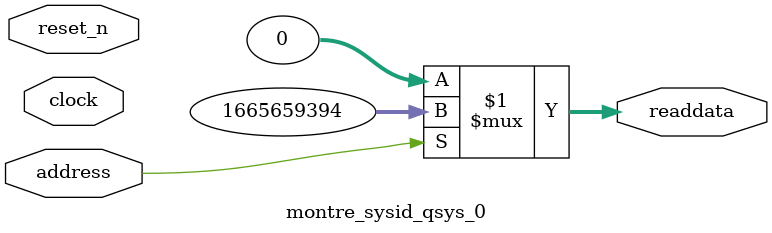
<source format=v>

`timescale 1ns / 1ps
// synthesis translate_on

// turn off superfluous verilog processor warnings 
// altera message_level Level1 
// altera message_off 10034 10035 10036 10037 10230 10240 10030 

module montre_sysid_qsys_0 (
               // inputs:
                address,
                clock,
                reset_n,

               // outputs:
                readdata
             )
;

  output  [ 31: 0] readdata;
  input            address;
  input            clock;
  input            reset_n;

  wire    [ 31: 0] readdata;
  //control_slave, which is an e_avalon_slave
  assign readdata = address ? 1665659394 : 0;

endmodule




</source>
